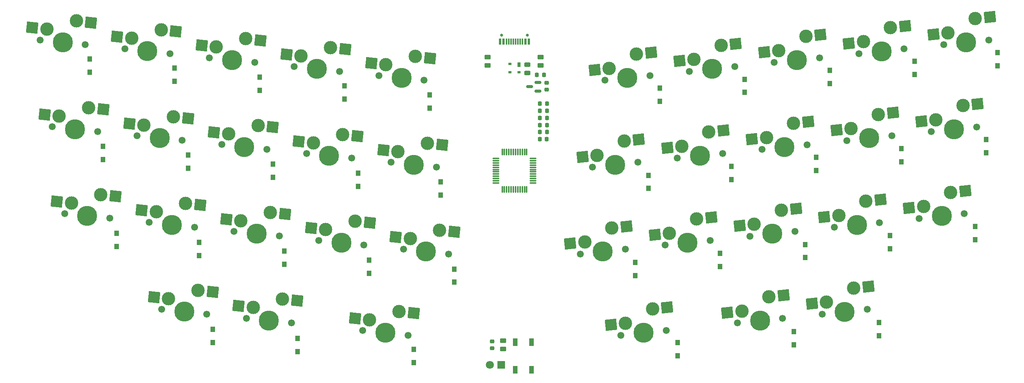
<source format=gbr>
%TF.GenerationSoftware,KiCad,Pcbnew,9.0.2*%
%TF.CreationDate,2025-07-14T20:44:15+08:00*%
%TF.ProjectId,Dimple_pcb,44696d70-6c65-45f7-9063-622e6b696361,rev?*%
%TF.SameCoordinates,Original*%
%TF.FileFunction,Soldermask,Bot*%
%TF.FilePolarity,Negative*%
%FSLAX46Y46*%
G04 Gerber Fmt 4.6, Leading zero omitted, Abs format (unit mm)*
G04 Created by KiCad (PCBNEW 9.0.2) date 2025-07-14 20:44:15*
%MOMM*%
%LPD*%
G01*
G04 APERTURE LIST*
G04 Aperture macros list*
%AMRoundRect*
0 Rectangle with rounded corners*
0 $1 Rounding radius*
0 $2 $3 $4 $5 $6 $7 $8 $9 X,Y pos of 4 corners*
0 Add a 4 corners polygon primitive as box body*
4,1,4,$2,$3,$4,$5,$6,$7,$8,$9,$2,$3,0*
0 Add four circle primitives for the rounded corners*
1,1,$1+$1,$2,$3*
1,1,$1+$1,$4,$5*
1,1,$1+$1,$6,$7*
1,1,$1+$1,$8,$9*
0 Add four rect primitives between the rounded corners*
20,1,$1+$1,$2,$3,$4,$5,0*
20,1,$1+$1,$4,$5,$6,$7,0*
20,1,$1+$1,$6,$7,$8,$9,0*
20,1,$1+$1,$8,$9,$2,$3,0*%
%AMRotRect*
0 Rectangle, with rotation*
0 The origin of the aperture is its center*
0 $1 length*
0 $2 width*
0 $3 Rotation angle, in degrees counterclockwise*
0 Add horizontal line*
21,1,$1,$2,0,0,$3*%
G04 Aperture macros list end*
%ADD10R,1.800000X1.800000*%
%ADD11C,1.800000*%
%ADD12C,1.550000*%
%ADD13C,3.000000*%
%ADD14C,4.500000*%
%ADD15RotRect,2.550000X2.500000X6.000000*%
%ADD16RotRect,2.550000X2.500000X354.000000*%
%ADD17R,1.000000X1.250000*%
%ADD18RoundRect,0.225000X-0.225000X-0.250000X0.225000X-0.250000X0.225000X0.250000X-0.225000X0.250000X0*%
%ADD19RoundRect,0.075000X0.075000X-0.662500X0.075000X0.662500X-0.075000X0.662500X-0.075000X-0.662500X0*%
%ADD20RoundRect,0.075000X0.662500X-0.075000X0.662500X0.075000X-0.662500X0.075000X-0.662500X-0.075000X0*%
%ADD21R,1.100000X1.800000*%
%ADD22RoundRect,0.225000X0.250000X-0.225000X0.250000X0.225000X-0.250000X0.225000X-0.250000X-0.225000X0*%
%ADD23RoundRect,0.150000X0.587500X0.150000X-0.587500X0.150000X-0.587500X-0.150000X0.587500X-0.150000X0*%
%ADD24RoundRect,0.250000X-0.450000X0.262500X-0.450000X-0.262500X0.450000X-0.262500X0.450000X0.262500X0*%
%ADD25C,0.650000*%
%ADD26R,0.600000X1.450000*%
%ADD27R,0.300000X1.450000*%
%ADD28R,0.700000X1.000000*%
%ADD29R,0.700000X0.600000*%
%ADD30RoundRect,0.243750X0.456250X-0.243750X0.456250X0.243750X-0.456250X0.243750X-0.456250X-0.243750X0*%
%ADD31RoundRect,0.250000X0.450000X-0.262500X0.450000X0.262500X-0.450000X0.262500X-0.450000X-0.262500X0*%
G04 APERTURE END LIST*
D10*
X164706784Y-164693422D03*
D11*
X162166784Y-164693422D03*
D12*
X216917499Y-97888719D03*
D13*
X213860409Y-93102050D03*
D14*
X211865328Y-98419724D03*
D13*
X207810697Y-96291892D03*
D12*
X206813157Y-98950729D03*
D15*
X204553638Y-96634223D03*
X217144320Y-92756896D03*
D12*
X152937499Y-139840729D03*
D13*
X150942418Y-134523055D03*
D14*
X147885328Y-139309724D03*
D13*
X144361702Y-136385385D03*
D12*
X142833157Y-138778719D03*
D16*
X141104643Y-136043054D03*
X154226330Y-134868208D03*
D12*
X192487499Y-138778719D03*
D13*
X189430409Y-133992050D03*
D14*
X187435328Y-139309724D03*
D13*
X183380697Y-137181892D03*
D12*
X182383157Y-139840729D03*
D15*
X180123638Y-137524223D03*
X192714320Y-133646896D03*
D17*
X154166784Y-146168422D03*
X154166784Y-143218422D03*
D18*
X173366784Y-112543422D03*
X174916784Y-112543422D03*
D12*
X128517499Y-98950729D03*
D13*
X126522418Y-93633055D03*
D14*
X123465328Y-98419724D03*
D13*
X119941702Y-95495385D03*
D12*
X118413157Y-97888719D03*
D16*
X116684643Y-95153054D03*
X129806330Y-93978208D03*
D17*
X78666784Y-138168422D03*
X78666784Y-135218422D03*
X110666784Y-103168422D03*
X110666784Y-100218422D03*
D12*
X201587499Y-156968719D03*
D13*
X198530409Y-152182050D03*
D14*
X196535328Y-157499724D03*
D13*
X192480697Y-155371892D03*
D12*
X191483157Y-158030729D03*
D15*
X189223638Y-155714223D03*
X201814320Y-151836896D03*
D17*
X270666784Y-136668422D03*
X270666784Y-133718422D03*
D12*
X227647499Y-154228719D03*
D13*
X224590409Y-149442050D03*
D14*
X222595328Y-154759724D03*
D13*
X218540697Y-152631892D03*
D12*
X217543157Y-155290729D03*
D15*
X215283638Y-152974223D03*
X227874320Y-149096896D03*
D17*
X235166784Y-121168422D03*
X235166784Y-118218422D03*
D12*
X195247499Y-119328719D03*
D13*
X192190409Y-114542050D03*
D14*
X190195328Y-119859724D03*
D13*
X186140697Y-117731892D03*
D12*
X185143157Y-120390729D03*
D15*
X182883638Y-118074223D03*
X195474320Y-114196896D03*
D19*
X170416784Y-125355922D03*
X169916784Y-125355922D03*
X169416784Y-125355922D03*
X168916783Y-125355922D03*
X168416784Y-125355922D03*
X167916784Y-125355922D03*
X167416784Y-125355922D03*
X166916784Y-125355922D03*
X166416785Y-125355922D03*
X165916784Y-125355922D03*
X165416784Y-125355922D03*
X164916784Y-125355922D03*
D20*
X163504284Y-123943422D03*
X163504284Y-123443422D03*
X163504284Y-122943422D03*
X163504284Y-122443421D03*
X163504284Y-121943422D03*
X163504284Y-121443422D03*
X163504284Y-120943422D03*
X163504284Y-120443422D03*
X163504284Y-119943423D03*
X163504284Y-119443422D03*
X163504284Y-118943422D03*
X163504284Y-118443422D03*
D19*
X164916784Y-117030922D03*
X165416784Y-117030922D03*
X165916784Y-117030922D03*
X166416785Y-117030922D03*
X166916784Y-117030922D03*
X167416784Y-117030922D03*
X167916784Y-117030922D03*
X168416784Y-117030922D03*
X168916783Y-117030922D03*
X169416784Y-117030922D03*
X169916784Y-117030922D03*
X170416784Y-117030922D03*
D20*
X171829284Y-118443422D03*
X171829284Y-118943422D03*
X171829284Y-119443422D03*
X171829284Y-119943423D03*
X171829284Y-120443422D03*
X171829284Y-120943422D03*
X171829284Y-121443422D03*
X171829284Y-121943422D03*
X171829284Y-122443421D03*
X171829284Y-122943422D03*
X171829284Y-123443422D03*
X171829284Y-123943422D03*
D21*
X171516784Y-165793422D03*
X167816784Y-159593422D03*
X167816784Y-165793422D03*
X171516784Y-159593422D03*
D17*
X238166784Y-101668422D03*
X238166784Y-98718422D03*
D12*
X235877499Y-95898719D03*
D13*
X232820409Y-91112050D03*
D14*
X230825328Y-96429724D03*
D13*
X226770697Y-94301892D03*
D12*
X225773157Y-96960729D03*
D15*
X223513638Y-94644223D03*
X236104320Y-90766896D03*
D12*
X246572499Y-152246769D03*
D13*
X243515409Y-147460100D03*
D14*
X241520328Y-152777774D03*
D13*
X237465697Y-150649942D03*
D12*
X236468157Y-153308779D03*
D15*
X234208638Y-150992273D03*
X246799320Y-147114946D03*
D17*
X232666784Y-140668422D03*
X232666784Y-137718422D03*
D22*
X162666784Y-160968422D03*
X162666784Y-159418422D03*
D17*
X75666784Y-118668422D03*
X75666784Y-115718422D03*
X251666784Y-138668422D03*
X251666784Y-135718422D03*
D12*
X233127499Y-115358719D03*
D13*
X230070409Y-110572050D03*
D14*
X228075328Y-115889724D03*
D13*
X224020697Y-113761892D03*
D12*
X223023157Y-116420729D03*
D15*
X220763638Y-114104223D03*
X233354320Y-110226896D03*
D12*
X117797499Y-155290729D03*
D13*
X115802418Y-149973055D03*
D14*
X112745328Y-154759724D03*
D13*
X109221702Y-151835385D03*
D12*
X107693157Y-154228719D03*
D16*
X105964643Y-151493054D03*
X119086330Y-150318208D03*
D12*
X214197499Y-117338719D03*
D13*
X211140409Y-112552050D03*
D14*
X209145328Y-117869724D03*
D13*
X205090697Y-115741892D03*
D12*
X204093157Y-118400729D03*
D15*
X201833638Y-116084223D03*
X214424320Y-112206896D03*
D23*
X172904284Y-101443422D03*
X172904284Y-103343422D03*
X171029284Y-102393422D03*
D12*
X98867499Y-153290729D03*
D13*
X96872418Y-147973055D03*
D14*
X93815328Y-152759724D03*
D13*
X90291702Y-149835385D03*
D12*
X88763157Y-152228719D03*
D16*
X87034643Y-149493054D03*
X100156330Y-148318208D03*
D17*
X213666784Y-142668422D03*
X213666784Y-139718422D03*
D18*
X173366784Y-107780922D03*
X174916784Y-107780922D03*
D17*
X197657515Y-125168422D03*
X197657515Y-122218422D03*
X145166784Y-164168422D03*
X145166784Y-161218422D03*
X249166784Y-158168422D03*
X249166784Y-155218422D03*
X204166784Y-162668422D03*
X204166784Y-159718422D03*
D24*
X161666784Y-95780922D03*
X161666784Y-97605922D03*
D17*
X230166784Y-160168422D03*
X230166784Y-157218422D03*
X132666784Y-124668422D03*
X132666784Y-121718422D03*
D12*
X271027499Y-111378719D03*
D13*
X267970409Y-106592050D03*
D14*
X265975328Y-111909724D03*
D13*
X261920697Y-109781892D03*
D12*
X260923157Y-112440729D03*
D15*
X258663638Y-110124223D03*
X271254320Y-106246896D03*
D25*
X164776784Y-90858422D03*
X170556784Y-90858422D03*
D26*
X164441784Y-92303422D03*
X165216784Y-92303422D03*
D27*
X165916784Y-92303422D03*
X166416784Y-92303422D03*
X166916784Y-92303422D03*
X167416784Y-92303422D03*
X167916784Y-92303422D03*
X168416784Y-92303422D03*
X168916784Y-92303422D03*
X169416784Y-92303422D03*
D26*
X170116784Y-92303422D03*
X170891784Y-92303422D03*
D17*
X116166784Y-142168422D03*
X116166784Y-139218422D03*
D18*
X173348034Y-114130922D03*
X174898034Y-114130922D03*
D12*
X273747499Y-91928719D03*
D13*
X270690409Y-87142050D03*
D14*
X268695328Y-92459724D03*
D13*
X264640697Y-90331892D03*
D12*
X263643157Y-92990729D03*
D15*
X261383638Y-90674223D03*
X273974320Y-86796896D03*
D12*
X77157499Y-131860729D03*
D13*
X75162418Y-126543055D03*
D14*
X72105328Y-131329724D03*
D13*
X68581702Y-128405385D03*
D12*
X67053157Y-130798719D03*
D16*
X65324643Y-128063054D03*
X78446330Y-126888208D03*
D17*
X200166784Y-105668422D03*
X200166784Y-102718422D03*
X113666784Y-122668422D03*
X113666784Y-119718422D03*
D12*
X90627499Y-94970729D03*
D13*
X88632418Y-89653055D03*
D14*
X85575328Y-94439724D03*
D13*
X82051702Y-91515385D03*
D12*
X80523157Y-93908719D03*
D16*
X78794643Y-91173054D03*
X91916330Y-89998208D03*
D28*
X168666784Y-97443422D03*
D29*
X168666784Y-99143422D03*
X166666784Y-99143422D03*
X166666784Y-97243422D03*
D12*
X211437499Y-136788719D03*
D13*
X208380409Y-132002050D03*
D14*
X206385328Y-137319724D03*
D13*
X202330697Y-135191892D03*
D12*
X201333157Y-137850729D03*
D15*
X199073638Y-135534223D03*
X211664320Y-131656896D03*
D17*
X94666784Y-120668422D03*
X94666784Y-117718422D03*
X216166784Y-123168422D03*
X216166784Y-120218422D03*
X151166784Y-126668422D03*
X151166784Y-123718422D03*
X135166784Y-144168422D03*
X135166784Y-141218422D03*
X257166784Y-99668422D03*
X257166784Y-96718422D03*
D18*
X173366784Y-106193422D03*
X174916784Y-106193422D03*
X173366784Y-109368422D03*
X174916784Y-109368422D03*
D12*
X133997499Y-137850729D03*
D13*
X132002418Y-132533055D03*
D14*
X128945328Y-137319724D03*
D13*
X125421702Y-134395385D03*
D12*
X123893157Y-136788719D03*
D16*
X122164643Y-134053054D03*
X135286330Y-132878208D03*
D12*
X150207499Y-120390729D03*
D13*
X148212418Y-115073055D03*
D14*
X145155328Y-119859724D03*
D13*
X141631702Y-116935385D03*
D12*
X140103157Y-119328719D03*
D16*
X138374643Y-116593054D03*
X151496330Y-115418208D03*
D17*
X254166784Y-119168422D03*
X254166784Y-116218422D03*
D30*
X170566784Y-99330922D03*
X170566784Y-97455922D03*
D12*
X93367499Y-114410729D03*
D13*
X91372418Y-109093055D03*
D14*
X88315328Y-113879724D03*
D13*
X84791702Y-110955385D03*
D12*
X83263157Y-113348719D03*
D16*
X81534643Y-110613054D03*
X94656330Y-109438208D03*
D12*
X230397499Y-134798719D03*
D13*
X227340409Y-130012050D03*
D14*
X225345328Y-135329724D03*
D13*
X221290697Y-133201892D03*
D12*
X220293157Y-135860729D03*
D15*
X218033638Y-133544223D03*
X230624320Y-129666896D03*
D12*
X197967499Y-99878719D03*
D13*
X194910409Y-95092050D03*
D14*
X192915328Y-100409724D03*
D13*
X188860697Y-98281892D03*
D12*
X187863157Y-100940729D03*
D15*
X185603638Y-98624223D03*
X198194320Y-94746896D03*
D12*
X131257499Y-118400729D03*
D13*
X129262418Y-113083055D03*
D14*
X126205328Y-117869724D03*
D13*
X122681702Y-114945385D03*
D12*
X121153157Y-117338719D03*
D16*
X119424643Y-114603054D03*
X132546330Y-113428208D03*
D17*
X119166784Y-161668422D03*
X119166784Y-158718422D03*
D22*
X174866784Y-103068422D03*
X174866784Y-101518422D03*
D18*
X172691784Y-99693422D03*
X174241784Y-99693422D03*
D17*
X275666784Y-97668422D03*
X275666784Y-94718422D03*
D24*
X165166784Y-159280922D03*
X165166784Y-161105922D03*
D12*
X252077499Y-113368719D03*
D13*
X249020409Y-108582050D03*
D14*
X247025328Y-113899724D03*
D13*
X242970697Y-111771892D03*
D12*
X241973157Y-114430729D03*
D15*
X239713638Y-112114223D03*
X252304320Y-108236896D03*
D12*
X96107499Y-133850729D03*
D13*
X94112418Y-128533055D03*
D14*
X91055328Y-133319724D03*
D13*
X87531702Y-130395385D03*
D12*
X86003157Y-132788719D03*
D16*
X84274643Y-130053054D03*
X97396330Y-128878208D03*
D12*
X109567499Y-96960729D03*
D13*
X107572418Y-91643055D03*
D14*
X104515328Y-96429724D03*
D13*
X100991702Y-93505385D03*
D12*
X99463157Y-95898719D03*
D16*
X97734643Y-93163054D03*
X110856330Y-91988208D03*
D18*
X173366784Y-110955922D03*
X174916784Y-110955922D03*
D12*
X254817499Y-93918719D03*
D13*
X251760409Y-89132050D03*
D14*
X249765328Y-94449724D03*
D13*
X245710697Y-92321892D03*
D12*
X244713157Y-94980729D03*
D15*
X242453638Y-92664223D03*
X255044320Y-88786896D03*
D17*
X72666784Y-99168422D03*
X72666784Y-96218422D03*
X148666784Y-107168422D03*
X148666784Y-104218422D03*
X129666784Y-105168422D03*
X129666784Y-102218422D03*
X100166784Y-159668422D03*
X100166784Y-156718422D03*
D12*
X112307499Y-116400729D03*
D13*
X110312418Y-111083055D03*
D14*
X107255328Y-115869724D03*
D13*
X103731702Y-112945385D03*
D12*
X102203157Y-115338719D03*
D16*
X100474643Y-112603054D03*
X113596330Y-111428208D03*
D12*
X268277499Y-130818719D03*
D13*
X265220409Y-126032050D03*
D14*
X263225328Y-131349724D03*
D13*
X259170697Y-129221892D03*
D12*
X258173157Y-131880729D03*
D15*
X255913638Y-129564223D03*
X268504320Y-125686896D03*
D17*
X91666784Y-101168422D03*
X91666784Y-98218422D03*
D12*
X74417499Y-112420729D03*
D13*
X72422418Y-107103055D03*
D14*
X69365328Y-111889724D03*
D13*
X65841702Y-108965385D03*
D12*
X64313157Y-111358719D03*
D16*
X62584643Y-108623054D03*
X75706330Y-107448208D03*
D31*
X173513812Y-97605922D03*
X173513812Y-95780922D03*
D12*
X249327499Y-132808719D03*
D13*
X246270409Y-128022050D03*
D14*
X244275328Y-133339724D03*
D13*
X240220697Y-131211892D03*
D12*
X239223157Y-133870729D03*
D15*
X236963638Y-131554223D03*
X249554320Y-127676896D03*
D17*
X219166784Y-103668422D03*
X219166784Y-100718422D03*
D12*
X147457499Y-100940729D03*
D13*
X145462418Y-95623055D03*
D14*
X142405328Y-100409724D03*
D13*
X138881702Y-97485385D03*
D12*
X137353157Y-99878719D03*
D16*
X135624643Y-97143054D03*
X148746330Y-95968208D03*
D17*
X273166784Y-117168422D03*
X273166784Y-114218422D03*
X194666784Y-144668422D03*
X194666784Y-141718422D03*
X97166784Y-140168422D03*
X97166784Y-137218422D03*
D12*
X71677499Y-92980729D03*
D13*
X69682418Y-87663055D03*
D14*
X66625328Y-92449724D03*
D13*
X63101702Y-89525385D03*
D12*
X61573157Y-91918719D03*
D16*
X59844643Y-89183054D03*
X72966330Y-88008208D03*
D12*
X115057499Y-135840729D03*
D13*
X113062418Y-130523055D03*
D14*
X110005328Y-135309724D03*
D13*
X106481702Y-132385385D03*
D12*
X104953157Y-134778719D03*
D16*
X103224643Y-132043054D03*
X116346330Y-130868208D03*
D12*
X143847499Y-158040729D03*
D13*
X141852418Y-152723055D03*
D14*
X138795328Y-157509724D03*
D13*
X135271702Y-154585385D03*
D12*
X133743157Y-156978719D03*
D16*
X132014643Y-154243054D03*
X145136330Y-153068208D03*
M02*

</source>
